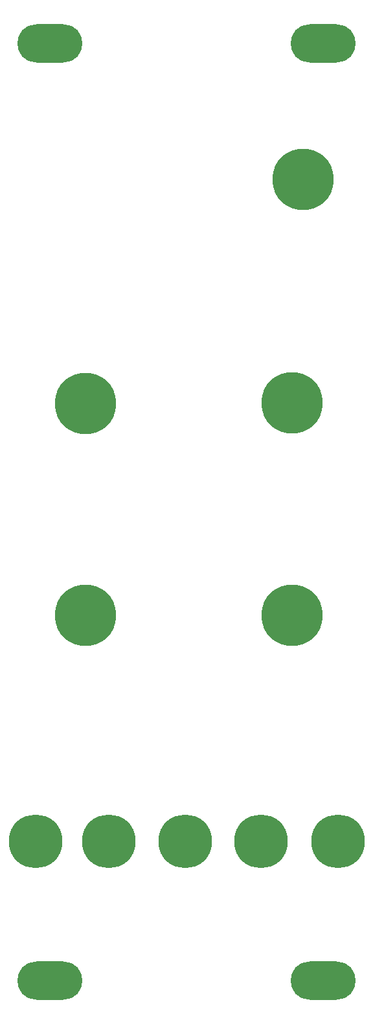
<source format=gbr>
%TF.GenerationSoftware,KiCad,Pcbnew,7.0.6*%
%TF.CreationDate,2023-10-15T17:55:56+01:00*%
%TF.ProjectId,DSP 1.1,44535020-312e-4312-9e6b-696361645f70,rev?*%
%TF.SameCoordinates,Original*%
%TF.FileFunction,Copper,L2,Bot*%
%TF.FilePolarity,Positive*%
%FSLAX46Y46*%
G04 Gerber Fmt 4.6, Leading zero omitted, Abs format (unit mm)*
G04 Created by KiCad (PCBNEW 7.0.6) date 2023-10-15 17:55:56*
%MOMM*%
%LPD*%
G01*
G04 APERTURE LIST*
%TA.AperFunction,ComponentPad*%
%ADD10C,7.000000*%
%TD*%
%TA.AperFunction,ComponentPad*%
%ADD11C,8.000000*%
%TD*%
%TA.AperFunction,ComponentPad*%
%ADD12O,8.500000X5.000000*%
%TD*%
G04 APERTURE END LIST*
D10*
%TO.P,REF\u002A\u002A,1*%
%TO.N,N/C*%
X28630800Y-243769800D03*
%TD*%
D11*
%TO.P,REF\u002A\u002A,1*%
%TO.N,N/C*%
X34091600Y-157202800D03*
%TD*%
%TO.P,REF\u002A\u002A,1*%
%TO.N,N/C*%
X32694800Y-186442000D03*
%TD*%
D12*
%TO.P,REF\u002A\u002A,1*%
%TO.N,GND*%
X991800Y-139454800D03*
%TD*%
%TO.P,REF\u002A\u002A,1*%
%TO.N,N/C*%
X36711800Y-139454800D03*
%TD*%
D10*
%TO.P,REF\u002A\u002A,1*%
%TO.N,N/C*%
X18724800Y-243769800D03*
%TD*%
D11*
%TO.P,,1*%
%TO.N,N/C*%
X5720000Y-186492271D03*
%TD*%
D10*
%TO.P,REF\u002A\u002A,1*%
%TO.N,N/C*%
X38663800Y-243769800D03*
%TD*%
D11*
%TO.P,REF\u002A\u002A,1*%
%TO.N,N/C*%
X32694800Y-214178800D03*
%TD*%
D10*
%TO.P,REF\u002A\u002A,1*%
%TO.N,N/C*%
X-833200Y-243769800D03*
%TD*%
D11*
%TO.P,,1*%
%TO.N,N/C*%
X5643800Y-214178800D03*
%TD*%
D12*
%TO.P,REF\u002A\u002A,1*%
%TO.N,N/C*%
X36711800Y-261954800D03*
%TD*%
D10*
%TO.P,,1*%
%TO.N,N/C*%
X8691800Y-243769800D03*
%TD*%
D12*
%TO.P,REF\u002A\u002A,1*%
%TO.N,N/C*%
X991800Y-261954800D03*
%TD*%
M02*

</source>
